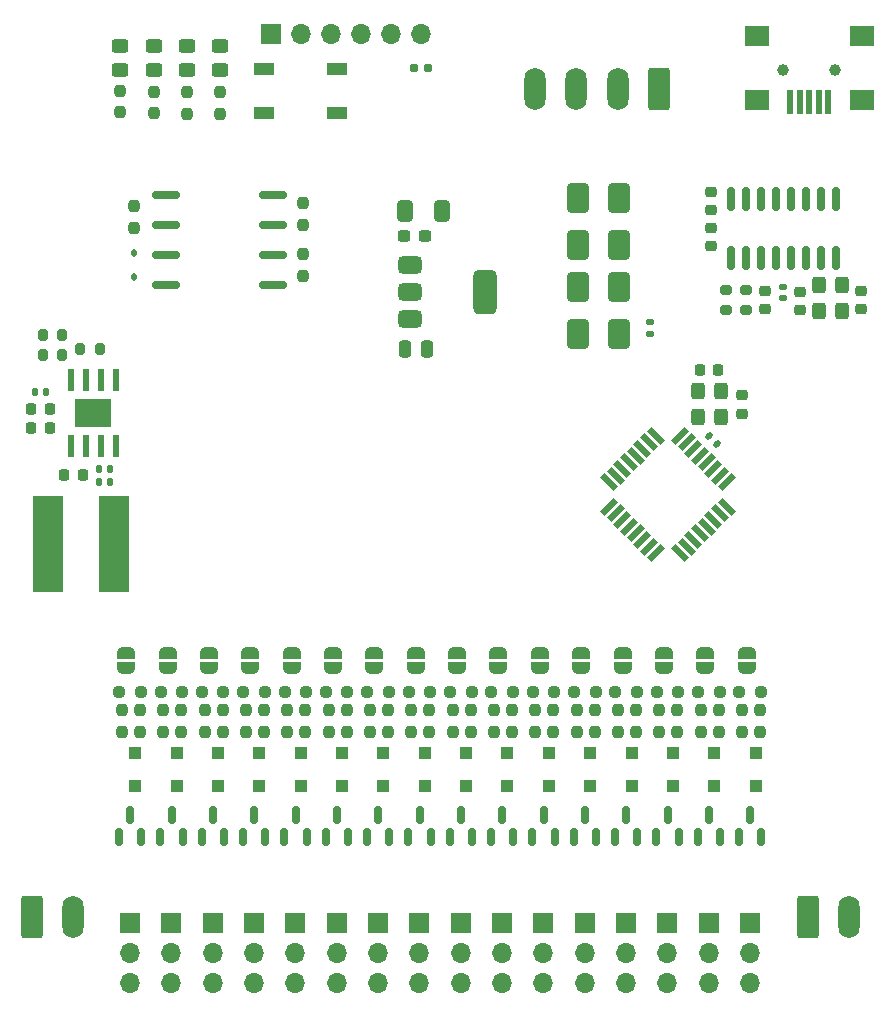
<source format=gbr>
%TF.GenerationSoftware,KiCad,Pcbnew,8.0.2*%
%TF.CreationDate,2024-12-02T21:08:37+01:00*%
%TF.ProjectId,servoDecoderInCabinet,73657276-6f44-4656-936f-646572496e43,rev?*%
%TF.SameCoordinates,Original*%
%TF.FileFunction,Soldermask,Top*%
%TF.FilePolarity,Negative*%
%FSLAX46Y46*%
G04 Gerber Fmt 4.6, Leading zero omitted, Abs format (unit mm)*
G04 Created by KiCad (PCBNEW 8.0.2) date 2024-12-02 21:08:37*
%MOMM*%
%LPD*%
G01*
G04 APERTURE LIST*
G04 Aperture macros list*
%AMRoundRect*
0 Rectangle with rounded corners*
0 $1 Rounding radius*
0 $2 $3 $4 $5 $6 $7 $8 $9 X,Y pos of 4 corners*
0 Add a 4 corners polygon primitive as box body*
4,1,4,$2,$3,$4,$5,$6,$7,$8,$9,$2,$3,0*
0 Add four circle primitives for the rounded corners*
1,1,$1+$1,$2,$3*
1,1,$1+$1,$4,$5*
1,1,$1+$1,$6,$7*
1,1,$1+$1,$8,$9*
0 Add four rect primitives between the rounded corners*
20,1,$1+$1,$2,$3,$4,$5,0*
20,1,$1+$1,$4,$5,$6,$7,0*
20,1,$1+$1,$6,$7,$8,$9,0*
20,1,$1+$1,$8,$9,$2,$3,0*%
%AMRotRect*
0 Rectangle, with rotation*
0 The origin of the aperture is its center*
0 $1 length*
0 $2 width*
0 $3 Rotation angle, in degrees counterclockwise*
0 Add horizontal line*
21,1,$1,$2,0,0,$3*%
%AMFreePoly0*
4,1,19,0.500000,-0.750000,0.000000,-0.750000,0.000000,-0.744911,-0.071157,-0.744911,-0.207708,-0.704816,-0.327430,-0.627875,-0.420627,-0.520320,-0.479746,-0.390866,-0.500000,-0.250000,-0.500000,0.250000,-0.479746,0.390866,-0.420627,0.520320,-0.327430,0.627875,-0.207708,0.704816,-0.071157,0.744911,0.000000,0.744911,0.000000,0.750000,0.500000,0.750000,0.500000,-0.750000,0.500000,-0.750000,
$1*%
%AMFreePoly1*
4,1,19,0.000000,0.744911,0.071157,0.744911,0.207708,0.704816,0.327430,0.627875,0.420627,0.520320,0.479746,0.390866,0.500000,0.250000,0.500000,-0.250000,0.479746,-0.390866,0.420627,-0.520320,0.327430,-0.627875,0.207708,-0.704816,0.071157,-0.744911,0.000000,-0.744911,0.000000,-0.750000,-0.500000,-0.750000,-0.500000,0.750000,0.000000,0.750000,0.000000,0.744911,0.000000,0.744911,
$1*%
G04 Aperture macros list end*
%ADD10RoundRect,0.250000X-0.450000X0.325000X-0.450000X-0.325000X0.450000X-0.325000X0.450000X0.325000X0*%
%ADD11RoundRect,0.150000X0.150000X-0.587500X0.150000X0.587500X-0.150000X0.587500X-0.150000X-0.587500X0*%
%ADD12RoundRect,0.225000X0.250000X-0.225000X0.250000X0.225000X-0.250000X0.225000X-0.250000X-0.225000X0*%
%ADD13RoundRect,0.162500X-1.012500X-0.162500X1.012500X-0.162500X1.012500X0.162500X-1.012500X0.162500X0*%
%ADD14FreePoly0,90.000000*%
%ADD15FreePoly1,90.000000*%
%ADD16RoundRect,0.237500X-0.237500X0.250000X-0.237500X-0.250000X0.237500X-0.250000X0.237500X0.250000X0*%
%ADD17RoundRect,0.300000X0.300000X-0.400000X0.300000X0.400000X-0.300000X0.400000X-0.300000X-0.400000X0*%
%ADD18RoundRect,0.237500X-0.250000X-0.237500X0.250000X-0.237500X0.250000X0.237500X-0.250000X0.237500X0*%
%ADD19RoundRect,0.250000X0.650000X-1.000000X0.650000X1.000000X-0.650000X1.000000X-0.650000X-1.000000X0*%
%ADD20RoundRect,0.250000X-0.300000X0.300000X-0.300000X-0.300000X0.300000X-0.300000X0.300000X0.300000X0*%
%ADD21RoundRect,0.200000X-0.275000X0.200000X-0.275000X-0.200000X0.275000X-0.200000X0.275000X0.200000X0*%
%ADD22RoundRect,0.250000X-0.650000X-1.550000X0.650000X-1.550000X0.650000X1.550000X-0.650000X1.550000X0*%
%ADD23O,1.800000X3.600000*%
%ADD24R,0.610000X1.910000*%
%ADD25R,1.550000X1.205000*%
%ADD26R,1.700000X1.700000*%
%ADD27O,1.700000X1.700000*%
%ADD28RoundRect,0.200000X-0.200000X-0.275000X0.200000X-0.275000X0.200000X0.275000X-0.200000X0.275000X0*%
%ADD29RoundRect,0.140000X0.170000X-0.140000X0.170000X0.140000X-0.170000X0.140000X-0.170000X-0.140000X0*%
%ADD30RoundRect,0.237500X0.237500X-0.250000X0.237500X0.250000X-0.237500X0.250000X-0.237500X-0.250000X0*%
%ADD31RoundRect,0.250000X-0.250000X-0.475000X0.250000X-0.475000X0.250000X0.475000X-0.250000X0.475000X0*%
%ADD32RoundRect,0.225000X0.225000X0.250000X-0.225000X0.250000X-0.225000X-0.250000X0.225000X-0.250000X0*%
%ADD33RoundRect,0.300000X-0.300000X0.400000X-0.300000X-0.400000X0.300000X-0.400000X0.300000X0.400000X0*%
%ADD34RoundRect,0.200000X0.275000X-0.200000X0.275000X0.200000X-0.275000X0.200000X-0.275000X-0.200000X0*%
%ADD35RoundRect,0.225000X-0.250000X0.225000X-0.250000X-0.225000X0.250000X-0.225000X0.250000X0.225000X0*%
%ADD36RoundRect,0.237500X-0.300000X-0.237500X0.300000X-0.237500X0.300000X0.237500X-0.300000X0.237500X0*%
%ADD37RoundRect,0.250000X-0.412500X-0.650000X0.412500X-0.650000X0.412500X0.650000X-0.412500X0.650000X0*%
%ADD38RoundRect,0.140000X-0.140000X-0.170000X0.140000X-0.170000X0.140000X0.170000X-0.140000X0.170000X0*%
%ADD39RoundRect,0.150000X0.150000X-0.825000X0.150000X0.825000X-0.150000X0.825000X-0.150000X-0.825000X0*%
%ADD40RoundRect,0.200000X0.200000X0.275000X-0.200000X0.275000X-0.200000X-0.275000X0.200000X-0.275000X0*%
%ADD41RoundRect,0.225000X-0.225000X-0.250000X0.225000X-0.250000X0.225000X0.250000X-0.225000X0.250000X0*%
%ADD42RoundRect,0.112500X-0.112500X0.187500X-0.112500X-0.187500X0.112500X-0.187500X0.112500X0.187500X0*%
%ADD43R,2.600000X8.200000*%
%ADD44RoundRect,0.160000X0.197500X0.160000X-0.197500X0.160000X-0.197500X-0.160000X0.197500X-0.160000X0*%
%ADD45RotRect,1.600000X0.550000X225.000000*%
%ADD46RotRect,1.600000X0.550000X315.000000*%
%ADD47C,1.000000*%
%ADD48R,0.500000X2.000000*%
%ADD49R,2.000000X1.700000*%
%ADD50RoundRect,0.375000X-0.625000X-0.375000X0.625000X-0.375000X0.625000X0.375000X-0.625000X0.375000X0*%
%ADD51RoundRect,0.500000X-0.500000X-1.400000X0.500000X-1.400000X0.500000X1.400000X-0.500000X1.400000X0*%
%ADD52R,1.800000X1.100000*%
%ADD53RoundRect,0.140000X-0.170000X0.140000X-0.170000X-0.140000X0.170000X-0.140000X0.170000X0.140000X0*%
%ADD54RoundRect,0.250000X0.650000X1.550000X-0.650000X1.550000X-0.650000X-1.550000X0.650000X-1.550000X0*%
%ADD55RoundRect,0.140000X-0.219203X-0.021213X-0.021213X-0.219203X0.219203X0.021213X0.021213X0.219203X0*%
G04 APERTURE END LIST*
D10*
%TO.C,D203*%
X186212000Y-43875000D03*
X186212000Y-45925000D03*
%TD*%
D11*
%TO.C,Q1401*%
X201443000Y-110861500D03*
X203343000Y-110861500D03*
X202393000Y-108986500D03*
%TD*%
%TO.C,Q701*%
X187443000Y-110861500D03*
X189343000Y-110861500D03*
X188393000Y-108986500D03*
%TD*%
D12*
%TO.C,C704*%
X243307000Y-66156500D03*
X243307000Y-64606500D03*
%TD*%
D11*
%TO.C,Q1901*%
X218943000Y-110861500D03*
X220843000Y-110861500D03*
X219893000Y-108986500D03*
%TD*%
D13*
%TO.C,U1001*%
X184411000Y-56496000D03*
X184411000Y-59036000D03*
X184411000Y-61576000D03*
X184411000Y-64116000D03*
X193461000Y-64116000D03*
X193461000Y-61576000D03*
X193461000Y-59036000D03*
X193461000Y-56496000D03*
%TD*%
D11*
%TO.C,Q2101*%
X225943000Y-110861500D03*
X227843000Y-110861500D03*
X226893000Y-108986500D03*
%TD*%
D14*
%TO.C,JP701*%
X188076000Y-96574000D03*
D15*
X188076000Y-95274000D03*
%TD*%
D16*
%TO.C,R1401*%
X201695000Y-100119500D03*
X201695000Y-101944500D03*
%TD*%
D17*
%TO.C,Y201*%
X231404000Y-75284000D03*
X231404000Y-73084000D03*
X229504000Y-73084000D03*
X229504000Y-75284000D03*
%TD*%
D14*
%TO.C,JP2101*%
X226576000Y-96574000D03*
D15*
X226576000Y-95274000D03*
%TD*%
D11*
%TO.C,Q1301*%
X197943000Y-110861500D03*
X199843000Y-110861500D03*
X198893000Y-108986500D03*
%TD*%
D16*
%TO.C,R1801*%
X215695000Y-100119500D03*
X215695000Y-101944500D03*
%TD*%
D18*
%TO.C,R603*%
X183965500Y-98576000D03*
X185790500Y-98576000D03*
%TD*%
D16*
%TO.C,R1004*%
X194695000Y-100119500D03*
X194695000Y-101944500D03*
%TD*%
D11*
%TO.C,Q1801*%
X215443000Y-110861500D03*
X217343000Y-110861500D03*
X216393000Y-108986500D03*
%TD*%
D19*
%TO.C,D1104*%
X219303000Y-60743000D03*
X219303000Y-56743000D03*
%TD*%
D14*
%TO.C,JP2301*%
X233576000Y-96574000D03*
D15*
X233576000Y-95274000D03*
%TD*%
D20*
%TO.C,D901*%
X192338000Y-103732000D03*
X192338000Y-106532000D03*
%TD*%
D18*
%TO.C,R1603*%
X208465500Y-98576000D03*
X210290500Y-98576000D03*
%TD*%
D21*
%TO.C,R705*%
X231877000Y-64553500D03*
X231877000Y-66203500D03*
%TD*%
D16*
%TO.C,R1002*%
X196062000Y-57195500D03*
X196062000Y-59020500D03*
%TD*%
%TO.C,R701*%
X187695000Y-100119500D03*
X187695000Y-101944500D03*
%TD*%
D22*
%TO.C,J501*%
X238790000Y-117659500D03*
D23*
X242290000Y-117659500D03*
%TD*%
D19*
%TO.C,D1103*%
X219303000Y-68259000D03*
X219303000Y-64259000D03*
%TD*%
D16*
%TO.C,R2201*%
X229695000Y-100119500D03*
X229695000Y-101944500D03*
%TD*%
D24*
%TO.C,U901*%
X176342908Y-77742591D03*
X177612908Y-77742591D03*
X178882908Y-77742591D03*
X180152908Y-77742591D03*
X180152908Y-72182591D03*
X178882908Y-72182591D03*
X177612908Y-72182591D03*
X176342908Y-72182591D03*
D25*
X177472908Y-75565091D03*
X179022908Y-75565091D03*
X177472908Y-74360091D03*
X179022908Y-74360091D03*
%TD*%
D16*
%TO.C,R1301*%
X198195000Y-100119500D03*
X198195000Y-101944500D03*
%TD*%
D20*
%TO.C,D1002*%
X195838000Y-103732000D03*
X195838000Y-106532000D03*
%TD*%
D16*
%TO.C,R1003*%
X196062000Y-61513500D03*
X196062000Y-63338500D03*
%TD*%
D20*
%TO.C,D1701*%
X213338000Y-103732000D03*
X213338000Y-106532000D03*
%TD*%
D10*
%TO.C,D201*%
X183418000Y-43875000D03*
X183418000Y-45925000D03*
%TD*%
D20*
%TO.C,D2201*%
X230838000Y-103732000D03*
X230838000Y-106532000D03*
%TD*%
D14*
%TO.C,JP1301*%
X198576000Y-96574000D03*
D15*
X198576000Y-95274000D03*
%TD*%
D18*
%TO.C,R2003*%
X222465500Y-98576000D03*
X224290500Y-98576000D03*
%TD*%
D12*
%TO.C,C701*%
X230607000Y-57774500D03*
X230607000Y-56224500D03*
%TD*%
D14*
%TO.C,JP1901*%
X219576000Y-96574000D03*
D15*
X219576000Y-95274000D03*
%TD*%
D16*
%TO.C,R1701*%
X212195000Y-100119500D03*
X212195000Y-101944500D03*
%TD*%
D26*
%TO.C,J2101*%
X226878000Y-118116000D03*
D27*
X226878000Y-120656000D03*
X226878000Y-123196000D03*
%TD*%
D28*
%TO.C,R901*%
X173993908Y-68391091D03*
X175643908Y-68391091D03*
%TD*%
D16*
%TO.C,R1501*%
X205195000Y-100119500D03*
X205195000Y-101944500D03*
%TD*%
D14*
%TO.C,JP601*%
X184576000Y-96574000D03*
D15*
X184576000Y-95274000D03*
%TD*%
D16*
%TO.C,R1901*%
X219195000Y-100119500D03*
X219195000Y-101944500D03*
%TD*%
D29*
%TO.C,C705*%
X236703000Y-65226500D03*
X236703000Y-64266500D03*
%TD*%
D18*
%TO.C,R1403*%
X201465500Y-98576000D03*
X203290500Y-98576000D03*
%TD*%
D30*
%TO.C,R2002*%
X224219000Y-101944500D03*
X224219000Y-100119500D03*
%TD*%
%TO.C,R301*%
X180497000Y-49495500D03*
X180497000Y-47670500D03*
%TD*%
D26*
%TO.C,J1601*%
X209378000Y-118116000D03*
D27*
X209378000Y-120656000D03*
X209378000Y-123196000D03*
%TD*%
D31*
%TO.C,C301*%
X204637000Y-69538000D03*
X206537000Y-69538000D03*
%TD*%
D18*
%TO.C,R1303*%
X197965500Y-98576000D03*
X199790500Y-98576000D03*
%TD*%
D30*
%TO.C,R1502*%
X206719000Y-101944500D03*
X206719000Y-100119500D03*
%TD*%
D26*
%TO.C,J1501*%
X205878000Y-118116000D03*
D27*
X205878000Y-120656000D03*
X205878000Y-123196000D03*
%TD*%
D16*
%TO.C,R1001*%
X181711000Y-57449500D03*
X181711000Y-59274500D03*
%TD*%
D20*
%TO.C,D801*%
X181838000Y-103732000D03*
X181838000Y-106532000D03*
%TD*%
D32*
%TO.C,C203*%
X231168000Y-71306000D03*
X229618000Y-71306000D03*
%TD*%
D30*
%TO.C,R201*%
X183418000Y-49599000D03*
X183418000Y-47774000D03*
%TD*%
D33*
%TO.C,Y701*%
X239724000Y-64104500D03*
X239724000Y-66304500D03*
X241624000Y-66304500D03*
X241624000Y-64104500D03*
%TD*%
D16*
%TO.C,R601*%
X184195000Y-100119500D03*
X184195000Y-101944500D03*
%TD*%
D19*
%TO.C,D1101*%
X222803000Y-68259000D03*
X222803000Y-64259000D03*
%TD*%
D14*
%TO.C,JP2201*%
X230076000Y-96574000D03*
D15*
X230076000Y-95274000D03*
%TD*%
D30*
%TO.C,R203*%
X189006000Y-49622500D03*
X189006000Y-47797500D03*
%TD*%
D34*
%TO.C,R706*%
X233528000Y-66203500D03*
X233528000Y-64553500D03*
%TD*%
D11*
%TO.C,Q1701*%
X211943000Y-110861500D03*
X213843000Y-110861500D03*
X212893000Y-108986500D03*
%TD*%
%TO.C,Q2001*%
X222443000Y-110861500D03*
X224343000Y-110861500D03*
X223393000Y-108986500D03*
%TD*%
D26*
%TO.C,J201*%
X193324000Y-42868000D03*
D27*
X195864000Y-42868000D03*
X198404000Y-42868000D03*
X200944000Y-42868000D03*
X203484000Y-42868000D03*
X206024000Y-42868000D03*
%TD*%
D20*
%TO.C,D1301*%
X199338000Y-103732000D03*
X199338000Y-106532000D03*
%TD*%
D35*
%TO.C,C706*%
X235179000Y-64606500D03*
X235179000Y-66156500D03*
%TD*%
%TO.C,C703*%
X238134000Y-64683500D03*
X238134000Y-66233500D03*
%TD*%
D18*
%TO.C,R703*%
X187465500Y-98576000D03*
X189290500Y-98576000D03*
%TD*%
D26*
%TO.C,J701*%
X188378000Y-118116000D03*
D27*
X188378000Y-120656000D03*
X188378000Y-123196000D03*
%TD*%
D14*
%TO.C,JP801*%
X181076000Y-96574000D03*
D15*
X181076000Y-95274000D03*
%TD*%
D11*
%TO.C,Q1601*%
X208443000Y-110861500D03*
X210343000Y-110861500D03*
X209393000Y-108986500D03*
%TD*%
D18*
%TO.C,R1006*%
X194465500Y-98576000D03*
X196290500Y-98576000D03*
%TD*%
D10*
%TO.C,D301*%
X180497000Y-43875000D03*
X180497000Y-45925000D03*
%TD*%
D20*
%TO.C,D2301*%
X234338000Y-103732000D03*
X234338000Y-106532000D03*
%TD*%
D19*
%TO.C,D1102*%
X222803000Y-60743000D03*
X222803000Y-56743000D03*
%TD*%
D20*
%TO.C,D601*%
X185338000Y-103732000D03*
X185338000Y-106532000D03*
%TD*%
D14*
%TO.C,JP1701*%
X212576000Y-96574000D03*
D15*
X212576000Y-95274000D03*
%TD*%
D16*
%TO.C,R2101*%
X226195000Y-100119500D03*
X226195000Y-101944500D03*
%TD*%
D36*
%TO.C,C302*%
X204597500Y-60013000D03*
X206322500Y-60013000D03*
%TD*%
D11*
%TO.C,Q2301*%
X232943000Y-110861500D03*
X234843000Y-110861500D03*
X233893000Y-108986500D03*
%TD*%
D37*
%TO.C,C303*%
X204659500Y-57854000D03*
X207784500Y-57854000D03*
%TD*%
D18*
%TO.C,R2303*%
X232965500Y-98576000D03*
X234790500Y-98576000D03*
%TD*%
D16*
%TO.C,R904*%
X191195000Y-100119500D03*
X191195000Y-101944500D03*
%TD*%
D38*
%TO.C,C906*%
X173324908Y-73217091D03*
X174284908Y-73217091D03*
%TD*%
D26*
%TO.C,J1001*%
X195378000Y-118116000D03*
D27*
X195378000Y-120656000D03*
X195378000Y-123196000D03*
%TD*%
D11*
%TO.C,Q601*%
X183943000Y-110861500D03*
X185843000Y-110861500D03*
X184893000Y-108986500D03*
%TD*%
D18*
%TO.C,R803*%
X180465500Y-98576000D03*
X182290500Y-98576000D03*
%TD*%
D30*
%TO.C,R1005*%
X196219000Y-101944500D03*
X196219000Y-100119500D03*
%TD*%
D38*
%TO.C,C902*%
X178755908Y-79694091D03*
X179715908Y-79694091D03*
%TD*%
D14*
%TO.C,JP1601*%
X209076000Y-96574000D03*
D15*
X209076000Y-95274000D03*
%TD*%
D30*
%TO.C,R1402*%
X203219000Y-101944500D03*
X203219000Y-100119500D03*
%TD*%
%TO.C,R2202*%
X231219000Y-101944500D03*
X231219000Y-100119500D03*
%TD*%
D26*
%TO.C,J1701*%
X212878000Y-118116000D03*
D27*
X212878000Y-120656000D03*
X212878000Y-123196000D03*
%TD*%
D20*
%TO.C,D701*%
X188838000Y-103732000D03*
X188838000Y-106532000D03*
%TD*%
D26*
%TO.C,J601*%
X184878000Y-118116000D03*
D27*
X184878000Y-120656000D03*
X184878000Y-123196000D03*
%TD*%
D26*
%TO.C,J1901*%
X219878000Y-118116000D03*
D27*
X219878000Y-120656000D03*
X219878000Y-123196000D03*
%TD*%
D18*
%TO.C,R1903*%
X218965500Y-98576000D03*
X220790500Y-98576000D03*
%TD*%
D14*
%TO.C,JP1401*%
X202076000Y-96574000D03*
D15*
X202076000Y-95274000D03*
%TD*%
D39*
%TO.C,U701*%
X232258000Y-61822500D03*
X233528000Y-61822500D03*
X234798000Y-61822500D03*
X236068000Y-61822500D03*
X237338000Y-61822500D03*
X238608000Y-61822500D03*
X239878000Y-61822500D03*
X241148000Y-61822500D03*
X241148000Y-56872500D03*
X239878000Y-56872500D03*
X238608000Y-56872500D03*
X237338000Y-56872500D03*
X236068000Y-56872500D03*
X234798000Y-56872500D03*
X233528000Y-56872500D03*
X232258000Y-56872500D03*
%TD*%
D14*
%TO.C,JP1501*%
X205576000Y-96574000D03*
D15*
X205576000Y-95274000D03*
%TD*%
D14*
%TO.C,JP1001*%
X195076000Y-96574000D03*
D15*
X195076000Y-95274000D03*
%TD*%
D16*
%TO.C,R2301*%
X233195000Y-100119500D03*
X233195000Y-101944500D03*
%TD*%
D18*
%TO.C,R2203*%
X229465500Y-98576000D03*
X231290500Y-98576000D03*
%TD*%
D11*
%TO.C,Q801*%
X180443000Y-110861500D03*
X182343000Y-110861500D03*
X181393000Y-108986500D03*
%TD*%
%TO.C,Q901*%
X190943000Y-110861500D03*
X192843000Y-110861500D03*
X191893000Y-108986500D03*
%TD*%
D30*
%TO.C,R602*%
X185719000Y-101944500D03*
X185719000Y-100119500D03*
%TD*%
D11*
%TO.C,Q1501*%
X204943000Y-110861500D03*
X206843000Y-110861500D03*
X205893000Y-108986500D03*
%TD*%
D22*
%TO.C,J1101*%
X173075000Y-117659500D03*
D23*
X176575000Y-117659500D03*
%TD*%
D11*
%TO.C,Q1001*%
X194443000Y-110861500D03*
X196343000Y-110861500D03*
X195393000Y-108986500D03*
%TD*%
D30*
%TO.C,R905*%
X192719000Y-101944500D03*
X192719000Y-100119500D03*
%TD*%
D18*
%TO.C,R1703*%
X211965500Y-98576000D03*
X213790500Y-98576000D03*
%TD*%
D40*
%TO.C,R903*%
X175643908Y-70042091D03*
X173993908Y-70042091D03*
%TD*%
D41*
%TO.C,C904*%
X173027908Y-74599091D03*
X174577908Y-74599091D03*
%TD*%
D20*
%TO.C,D1501*%
X206338000Y-103732000D03*
X206338000Y-106532000D03*
%TD*%
D18*
%TO.C,R2103*%
X225965500Y-98576000D03*
X227790500Y-98576000D03*
%TD*%
D26*
%TO.C,J2001*%
X223378000Y-118116000D03*
D27*
X223378000Y-120656000D03*
X223378000Y-123196000D03*
%TD*%
D42*
%TO.C,D1001*%
X181711000Y-61376000D03*
X181711000Y-63476000D03*
%TD*%
D35*
%TO.C,C201*%
X233155000Y-73452000D03*
X233155000Y-75002000D03*
%TD*%
D26*
%TO.C,J801*%
X181378000Y-118116000D03*
D27*
X181378000Y-120656000D03*
X181378000Y-123196000D03*
%TD*%
D43*
%TO.C,L901*%
X180031908Y-86044091D03*
X174431908Y-86044091D03*
%TD*%
D20*
%TO.C,D1801*%
X216838000Y-103732000D03*
X216838000Y-106532000D03*
%TD*%
D11*
%TO.C,Q2201*%
X229443000Y-110861500D03*
X231343000Y-110861500D03*
X230393000Y-108986500D03*
%TD*%
D30*
%TO.C,R1702*%
X213719000Y-101944500D03*
X213719000Y-100119500D03*
%TD*%
D44*
%TO.C,R202*%
X206621500Y-45789000D03*
X205426500Y-45789000D03*
%TD*%
D32*
%TO.C,C901*%
X177371908Y-80202091D03*
X175821908Y-80202091D03*
%TD*%
D26*
%TO.C,J2201*%
X230378000Y-118116000D03*
D27*
X230378000Y-120656000D03*
X230378000Y-123196000D03*
%TD*%
D45*
%TO.C,U202*%
X231908103Y-80831695D03*
X231342417Y-80266010D03*
X230776732Y-79700324D03*
X230211047Y-79134639D03*
X229645361Y-78568953D03*
X229079676Y-78003268D03*
X228513990Y-77437583D03*
X227948305Y-76871897D03*
D46*
X225897695Y-76871897D03*
X225332010Y-77437583D03*
X224766324Y-78003268D03*
X224200639Y-78568953D03*
X223634953Y-79134639D03*
X223069268Y-79700324D03*
X222503583Y-80266010D03*
X221937897Y-80831695D03*
D45*
X221937897Y-82882305D03*
X222503583Y-83447990D03*
X223069268Y-84013676D03*
X223634953Y-84579361D03*
X224200639Y-85145047D03*
X224766324Y-85710732D03*
X225332010Y-86276417D03*
X225897695Y-86842103D03*
D46*
X227948305Y-86842103D03*
X228513990Y-86276417D03*
X229079676Y-85710732D03*
X229645361Y-85145047D03*
X230211047Y-84579361D03*
X230776732Y-84013676D03*
X231342417Y-83447990D03*
X231908103Y-82882305D03*
%TD*%
D38*
%TO.C,C903*%
X178755908Y-80837091D03*
X179715908Y-80837091D03*
%TD*%
D18*
%TO.C,R906*%
X190965500Y-98576000D03*
X192790500Y-98576000D03*
%TD*%
D30*
%TO.C,R1602*%
X210219000Y-101944500D03*
X210219000Y-100119500D03*
%TD*%
%TO.C,R1902*%
X220719000Y-101944500D03*
X220719000Y-100119500D03*
%TD*%
%TO.C,R1302*%
X199719000Y-101944500D03*
X199719000Y-100119500D03*
%TD*%
D20*
%TO.C,D2101*%
X227338000Y-103732000D03*
X227338000Y-106532000D03*
%TD*%
D30*
%TO.C,R1802*%
X217219000Y-101944500D03*
X217219000Y-100119500D03*
%TD*%
D16*
%TO.C,R2001*%
X222695000Y-100119500D03*
X222695000Y-101944500D03*
%TD*%
D47*
%TO.C,J702*%
X241095500Y-45887500D03*
X236695500Y-45887500D03*
D48*
X240495500Y-48587500D03*
X239695500Y-48587500D03*
X238895500Y-48587500D03*
X238095500Y-48587500D03*
X237295500Y-48587500D03*
D49*
X243345500Y-48487500D03*
X243345500Y-43037500D03*
X234445500Y-48487500D03*
X234445500Y-43037500D03*
%TD*%
D30*
%TO.C,R2302*%
X234719000Y-101944500D03*
X234719000Y-100119500D03*
%TD*%
D18*
%TO.C,R1803*%
X215465500Y-98576000D03*
X217290500Y-98576000D03*
%TD*%
%TO.C,R1503*%
X204965500Y-98576000D03*
X206790500Y-98576000D03*
%TD*%
D30*
%TO.C,R2102*%
X227719000Y-101944500D03*
X227719000Y-100119500D03*
%TD*%
D14*
%TO.C,JP901*%
X191576000Y-96574000D03*
D15*
X191576000Y-95274000D03*
%TD*%
D26*
%TO.C,J901*%
X191878000Y-118116000D03*
D27*
X191878000Y-120656000D03*
X191878000Y-123196000D03*
%TD*%
D20*
%TO.C,D1601*%
X209838000Y-103732000D03*
X209838000Y-106532000D03*
%TD*%
D50*
%TO.C,U301*%
X205104000Y-62412000D03*
X205104000Y-64712000D03*
D51*
X211404000Y-64712000D03*
D50*
X205104000Y-67012000D03*
%TD*%
D20*
%TO.C,D1401*%
X202838000Y-103732000D03*
X202838000Y-106532000D03*
%TD*%
D16*
%TO.C,R801*%
X180695000Y-100119500D03*
X180695000Y-101944500D03*
%TD*%
D35*
%TO.C,C702*%
X230607000Y-59272500D03*
X230607000Y-60822500D03*
%TD*%
D26*
%TO.C,J1401*%
X202378000Y-118116000D03*
D27*
X202378000Y-120656000D03*
X202378000Y-123196000D03*
%TD*%
D52*
%TO.C,SW201*%
X198882000Y-49530000D03*
X192682000Y-49530000D03*
X198882000Y-45830000D03*
X192682000Y-45830000D03*
%TD*%
D30*
%TO.C,R802*%
X182219000Y-101944500D03*
X182219000Y-100119500D03*
%TD*%
D26*
%TO.C,J1301*%
X198878000Y-118116000D03*
D27*
X198878000Y-120656000D03*
X198878000Y-123196000D03*
%TD*%
D53*
%TO.C,C1101*%
X225399000Y-67280000D03*
X225399000Y-68240000D03*
%TD*%
D26*
%TO.C,J2301*%
X233878000Y-118116000D03*
D27*
X233878000Y-120656000D03*
X233878000Y-123196000D03*
%TD*%
D14*
%TO.C,JP2001*%
X223076000Y-96574000D03*
D15*
X223076000Y-95274000D03*
%TD*%
D26*
%TO.C,J1801*%
X216378000Y-118116000D03*
D27*
X216378000Y-120656000D03*
X216378000Y-123196000D03*
%TD*%
D16*
%TO.C,R1601*%
X208695000Y-100119500D03*
X208695000Y-101944500D03*
%TD*%
D20*
%TO.C,D2001*%
X223838000Y-103732000D03*
X223838000Y-106532000D03*
%TD*%
D41*
%TO.C,C905*%
X173027908Y-76265091D03*
X174577908Y-76265091D03*
%TD*%
D10*
%TO.C,D202*%
X189006000Y-43875000D03*
X189006000Y-45925000D03*
%TD*%
D14*
%TO.C,JP1801*%
X216076000Y-96574000D03*
D15*
X216076000Y-95274000D03*
%TD*%
D20*
%TO.C,D1901*%
X220338000Y-103732000D03*
X220338000Y-106532000D03*
%TD*%
D28*
%TO.C,R902*%
X177168908Y-69534091D03*
X178818908Y-69534091D03*
%TD*%
D54*
%TO.C,J101*%
X226176000Y-47567000D03*
D23*
X222676000Y-47567000D03*
X219176000Y-47567000D03*
X215676000Y-47567000D03*
%TD*%
D30*
%TO.C,R702*%
X189219000Y-101944500D03*
X189219000Y-100119500D03*
%TD*%
D55*
%TO.C,C202*%
X230393000Y-76894000D03*
X231071822Y-77572822D03*
%TD*%
D30*
%TO.C,R204*%
X186212000Y-49622500D03*
X186212000Y-47797500D03*
%TD*%
M02*

</source>
